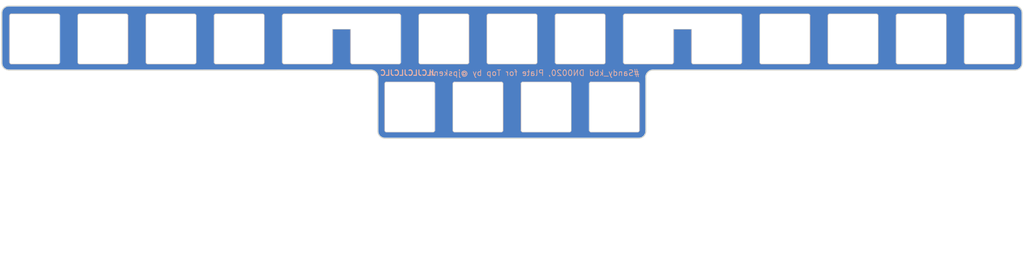
<source format=kicad_pcb>
(kicad_pcb (version 20221018) (generator pcbnew)
  (title_block (title "Sandy") (date "2023-01-06") (rev "v.0") (company "@jpskenn"))
  (layers (0 "F.Cu" signal) (31 "B.Cu" signal) (34 "B.Paste" user) (35 "F.Paste" user) (36 "B.SilkS" user "B.Silkscreen") (37 "F.SilkS" user "F.Silkscreen") (38 "B.Mask" user) (39 "F.Mask" user) (44 "Edge.Cuts" user))
  (net 0 "")
  (footprint "Jones.local:MXOnly-1U-Hotswap-guide-dummy" (layer "F.Cu") (at 167.50531 46.053405)
    (fp_text reference "SW_]1")
    (fp_text value "SW_Push")
  )
  (footprint "Jones.local:MXOnly-1U-Hotswap-guide-dummy" (layer "F.Cu") (at 81.78031 27.003405)
    (fp_text reference "SW_3")
    (fp_text value "SW_Push")
  )
  (footprint "clipboard:1d23b097-72e0-487b-bec7-a328ee8b6ed7" (layer "F.Cu") (at 141.239736 50.815854)
    (fp_text reference "" (at 0 0) (layer "F.SilkS") (effects (font (size 1.27 1.27))))
    (fp_text value "" (at 0 0) (layer "F.SilkS") (effects (font (size 1.27 1.27))))
  )
  (footprint "Jones.local:MXOnly-1U-Hotswap-guide-dummy" (layer "F.Cu") (at 129.40531 46.053405)
    (fp_text reference "SW_T1")
    (fp_text value "SW_Push")
  )
  (footprint "Jones.local:MXOnly-1U-Hotswap-guide-dummy" (layer "F.Cu") (at 196.08031 27.003405)
    (fp_text reference "SW_7")
    (fp_text value "SW_Push")
  )
  (footprint "locallib:60_Outline-Sandy-Plate-Top" (layer "F.Cu") (at 157.98031 36.528405)
    (fp_text reference "REF**" hide)
    (fp_text value "60_Outline" hide)
    (fp_line (start -142.510786 -2.814254) (end -142.525 -16.75004) (stroke (width 0.3)) (layer "Edge.Cuts"))
    (fp_line (start -140.510786 -0.814254) (end -39.470786 -0.82504) (stroke (width 0.3)) (layer "Edge.Cuts"))
    (fp_line (start -140.35 -16.025) (end -140.35 -3.025) (stroke (width 0.15)) (layer "Edge.Cuts"))
    (fp_line (start -139.85 -16.525) (end -126.85 -16.525) (stroke (width 0.15)) (layer "Edge.Cuts"))
    (fp_line (start -139.85 -2.525) (end -126.85 -2.525) (stroke (width 0.15)) (layer "Edge.Cuts"))
    (fp_line (start -126.35 -3.025) (end -126.35 -16.025) (stroke (width 0.15)) (layer "Edge.Cuts"))
    (fp_line (start -121.3 -16.025) (end -121.3 -3.025) (stroke (width 0.15)) (layer "Edge.Cuts"))
    (fp_line (start -120.8 -16.525) (end -107.8 -16.525) (stroke (width 0.15)) (layer "Edge.Cuts"))
    (fp_line (start -120.8 -2.525) (end -107.8 -2.525) (stroke (width 0.15)) (layer "Edge.Cuts"))
    (fp_line (start -107.3 -3.025) (end -107.3 -16.025) (stroke (width 0.15)) (layer "Edge.Cuts"))
    (fp_line (start -102.25 -16.025) (end -102.25 -3.025) (stroke (width 0.15)) (layer "Edge.Cuts"))
    (fp_line (start -101.75 -16.525) (end -88.75 -16.525) (stroke (width 0.15)) (layer "Edge.Cuts"))
    (fp_line (start -101.75 -2.525) (end -88.75 -2.525) (stroke (width 0.15)) (layer "Edge.Cuts"))
    (fp_line (start -88.25 -3.025) (end -88.25 -16.025) (stroke (width 0.15)) (layer "Edge.Cuts"))
    (fp_line (start -83.2 -16.025) (end -83.2 -3.025) (stroke (width 0.15)) (layer "Edge.Cuts"))
    (fp_line (start -82.7 -16.525) (end -69.7 -16.525) (stroke (width 0.15)) (layer "Edge.Cuts"))
    (fp_line (start -82.7 -2.525) (end -69.7 -2.525) (stroke (width 0.15)) (layer "Edge.Cuts"))
    (fp_line (start -69.2 -3.025) (end -69.2 -16.025) (stroke (width 0.15)) (layer "Edge.Cuts"))
    (fp_line (start -64.15 -16.025) (end -64.15 -3.025) (stroke (width 0.15)) (layer "Edge.Cuts"))
    (fp_line (start -63.65 -16.525) (end -31.6 -16.525) (stroke (width 0.15)) (layer "Edge.Cuts"))
    (fp_line (start -63.65 -2.525) (end -50.65 -2.525) (stroke (width 0.15)) (layer "Edge.Cuts"))
    (fp_line (start -50.15 -12.25) (end -45.1 -12.25) (stroke (width 0.15)) (layer "Edge.Cuts"))
    (fp_line (start -50.15 -3.025) (end -50.15 -12.25) (stroke (width 0.15)) (layer "Edge.Cuts"))
    (fp_line (start -45.1 -12.25) (end -45.1 -3.025) (stroke (width 0.15)) (layer "Edge.Cuts"))
    (fp_line (start -44.6 -2.525) (end -31.6 -2.525) (stroke (width 0.15)) (layer "Edge.Cuts"))
    (fp_line (start -37.470786 16.24996) (end -37.470786 1.17496) (stroke (width 0.3)) (layer "Edge.Cuts"))
    (fp_line (start -35.575 3.025) (end -35.575 16.025) (stroke (width 0.15)) (layer "Edge.Cuts"))
    (fp_line (start -35.470786 18.24996) (end 35.375 18.24996) (stroke (width 0.3)) (layer "Edge.Cuts"))
    (fp_line (start -35.075 2.525) (end -22.075 2.525) (stroke (width 0.15)) (layer "Edge.Cuts"))
    (fp_line (start -35.075 16.525) (end -22.075 16.525) (stroke (width 0.15)) (layer "Edge.Cuts"))
    (fp_line (start -31.1 -3.025) (end -31.1 -16.025) (stroke (width 0.15)) (layer "Edge.Cuts"))
    (fp_line (start -26.05 -16.025) (end -26.05 -3.025) (stroke (width 0.15)) (layer "Edge.Cuts"))
    (fp_line (start -25.55 -16.525) (end -12.55 -16.525) (stroke (width 0.15)) (layer "Edge.Cuts"))
    (fp_line (start -25.55 -2.525) (end -12.55 -2.525) (stroke (width 0.15)) (layer "Edge.Cuts"))
    (fp_line (start -21.575 16.025) (end -21.575 3.025) (stroke (width 0.15)) (layer "Edge.Cuts"))
    (fp_line (start -16.525 3.025) (end -16.525 16.025) (stroke (width 0.15)) (layer "Edge.Cuts"))
    (fp_line (start -16.025 2.525) (end -3.025 2.525) (stroke (width 0.15)) (layer "Edge.Cuts"))
    (fp_line (start -16.025 16.525) (end -3.025 16.525) (stroke (width 0.15)) (layer "Edge.Cuts"))
    (fp_line (start -12.05 -3.025) (end -12.05 -16.025) (stroke (width 0.15)) (layer "Edge.Cuts"))
    (fp_line (start -7 -16.025) (end -7 -3.025) (stroke (width 0.15)) (layer "Edge.Cuts"))
    (fp_line (start -6.5 -16.525) (end 6.5 -16.525) (stroke (width 0.15)) (layer "Edge.Cuts"))
    (fp_line (start -6.5 -2.525) (end 6.5 -2.525) (stroke (width 0.15)) (layer "Edge.Cuts"))
    (fp_line (start -2.525 16.025) (end -2.525 3.025) (stroke (width 0.15)) (layer "Edge.Cuts"))
    (fp_line (start 2.525 3.025) (end 2.525 16.025) (stroke (width 0.15)) (layer "Edge.Cuts"))
    (fp_line (start 3.025 2.525) (end 16.025 2.525) (stroke (width 0.15)) (layer "Edge.Cuts"))
    (fp_line (start 3.025 16.525) (end 16.025 16.525) (stroke (width 0.15)) (layer "Edge.Cuts"))
    (fp_line (start 7 -3.025) (end 7 -16.025) (stroke (width 0.15)) (layer "Edge.Cuts"))
    (fp_line (start 12.05 -16.025) (end 12.05 -3.025) (stroke (width 0.15)) (layer "Edge.Cuts"))
    (fp_line (start 12.55 -16.525) (end 25.55 -16.525) (stroke (width 0.15)) (layer "Edge.Cuts"))
    (fp_line (start 12.55 -2.525) (end 25.55 -2.525) (stroke (width 0.15)) (layer "Edge.Cuts"))
    (fp_line (start 16.525 16.025) (end 16.525 3.025) (stroke (width 0.15)) (layer "Edge.Cuts"))
    (fp_line (start 21.575 3.025) (end 21.575 16.025) (stroke (width 0.15)) (layer "Edge.Cuts"))
    (fp_line (start 22.075 2.525) (end 35.075 2.525) (stroke (width 0.15)) (layer "Edge.Cuts"))
    (fp_line (start 22.075 16.525) (end 35.075 16.525) (stroke (width 0.15)) (layer "Edge.Cuts"))
    (fp_line (start 26.05 -3.025) (end 26.05 -16.025) (stroke (width 0.15)) (layer "Edge.Cuts"))
    (fp_line (start 31.1 -16.025) (end 31.1 -3.025) (stroke (width 0.15)) (layer "Edge.Cuts"))
    (fp_line (start 31.6 -16.525) (end 63.65 -16.525) (stroke (width 0.15)) (layer "Edge.Cuts"))
    (fp_line (start 31.6 -2.525) (end 44.6 -2.525) (stroke (width 0.15)) (layer "Edge.Cuts"))
    (fp_line (start 35.575 16.025) (end 35.575 3.025) (stroke (width 0.15)) (layer "Edge.Cuts"))
    (fp_line (start 37.375 16.24996) (end 37.375 1.17496) (stroke (width 0.3)) (layer "Edge.Cuts"))
    (fp_line (start 39.375 -0.82504) (end 140.475 -0.814254) (stroke (width 0.3)) (layer "Edge.Cuts"))
    (fp_line (start 45.1 -12.25) (end 50.15 -12.25) (stroke (width 0.15)) (layer "Edge.Cuts"))
    (fp_line (start 45.1 -3.025) (end 45.1 -12.25) (stroke (width 0.15)) (layer "Edge.Cuts"))
    (fp_line (start 50.15 -12.25) (end 50.15 -3.025) (stroke (width 0.15)) (layer "Edge.Cuts"))
    (fp_line (start 50.65 -2.525) (end 63.65 -2.525) (stroke (width 0.15)) (layer "Edge.Cuts"))
    (fp_line (start 64.15 -3.025) (end 64.15 -16.025) (stroke (width 0.15)) (layer "Edge.Cuts"))
    (fp_line (start 69.2 -16.025) (end 69.2 -3.025) (stroke (width 0.15)) (layer "Edge.Cuts"))
    (fp_line (start 69.7 -16.525) (end 82.7 -16.525) (stroke (width 0.15)) (layer "Edge.Cuts"))
    (fp_line (start 69.7 -2.525) (end 82.7 -2.525) (stroke (width 0.15)) (layer "Edge.Cuts"))
    (fp_line (start 83.2 -3.025) (end 83.2 -16.025) (stroke (width 0.15)) (layer "Edge.Cuts"))
    (fp_line (start 88.25 -16.025) (end 88.25 -3.025) (stroke (width 0.15)) (layer "Edge.Cuts"))
    (fp_line (start 88.75 -16.525) (end 101.75 -16.525) (stroke (width 0.15)) (layer "Edge.Cuts"))
    (fp_line (start 88.75 -2.525) (end 101.75 -2.525) (stroke (width 0.15)) (layer "Edge.Cuts"))
    (fp_line (start 102.25 -3.025) (end 102.25 -16.025) (stroke (width 0.15)) (layer "Edge.Cuts"))
    (fp_line (start 107.3 -16.025) (end 107.3 -3.025) (stroke (width 0.15)) (layer "Edge.Cuts"))
    (fp_line (start 107.8 -16.525) (end 120.8 -16.525) (stroke (width 0.15)) (layer "Edge.Cuts"))
    (fp_line (start 107.8 -2.525) (end 120.8 -2.525) (stroke (width 0.15)) (layer "Edge.Cuts"))
    (fp_line (start 121.3 -3.025) (end 121.3 -16.025) (stroke (width 0.15)) (layer "Edge.Cuts"))
    (fp_line (start 126.35 -16.025) (end 126.35 -3.025) (stroke (width 0.15)) (layer "Edge.Cuts"))
    (fp_line (start 126.85 -16.525) (end 139.85 -16.525) (stroke (width 0.15)) (layer "Edge.Cuts"))
    (fp_line (start 126.85 -2.525) (end 139.85 -2.525) (stroke (width 0.15)) (layer "Edge.Cuts"))
    (fp_line (start 140.35 -3.025) (end 140.35 -16.025) (stroke (width 0.15)) (layer "Edge.Cuts"))
    (fp_line (start 140.475 -18.75004) (end -140.525 -18.75004) (stroke (width 0.3)) (layer "Edge.Cuts"))
    (fp_line (start 142.475 -2.814254) (end 142.475 -16.75004) (stroke (width 0.3)) (layer "Edge.Cuts"))
    (fp_arc (start -142.525 -16.75004) (mid -141.939214 -18.164254) (end -140.525 -18.75004) (stroke (width 0.3)) (layer "Edge.Cuts"))
    (fp_arc (start -140.510786 -0.814254) (mid -141.925 -1.40004) (end -142.510786 -2.814254) (stroke (width 0.3)) (layer "Edge.Cuts"))
    (fp_arc (start -140.35 -16.025) (mid -140.203553 -16.378553) (end -139.85 -16.525) (stroke (width 0.15)) (layer "Edge.Cuts"))
    (fp_arc (start -139.85 -2.525) (mid -140.203553 -2.671447) (end -140.35 -3.025) (stroke (width 0.15)) (layer "Edge.Cuts"))
    (fp_arc (start -126.85 -16.525) (mid -126.496447 -16.378553) (end -126.35 -16.025) (stroke (width 0.15)) (layer "Edge.Cuts"))
    (fp_arc (start -126.35 -3.025) (mid -126.496447 -2.671447) (end -126.85 -2.525) (stroke (width 0.15)) (layer "Edge.Cuts"))
    (fp_arc (start -121.3 -16.025) (mid -121.153553 -16.378553) (end -120.8 -16.525) (stroke (width 0.15)) (layer "Edge.Cuts"))
    (fp_arc (start -120.8 -2.525) (mid -121.153553 -2.671447) (end -121.3 -3.025) (stroke (width 0.15)) (layer "Edge.Cuts"))
    (fp_arc (start -107.8 -16.525) (mid -107.446447 -16.378553) (end -107.3 -16.025) (stroke (width 0.15)) (layer "Edge.Cuts"))
    (fp_arc (start -107.3 -3.025) (mid -107.446447 -2.671447) (end -107.8 -2.525) (stroke (width 0.15)) (layer "Edge.Cuts"))
    (fp_arc (start -102.25 -16.025) (mid -102.103553 -16.378553) (end -101.75 -16.525) (stroke (width 0.15)) (layer "Edge.Cuts"))
    (fp_arc (start -101.75 -2.525) (mid -102.103553 -2.671447) (end -102.25 -3.025) (stroke (width 0.15)) (layer "Edge.Cuts"))
    (fp_arc (start -88.75 -16.525) (mid -88.396447 -16.378553) (end -88.25 -16.025) (stroke (width 0.15)) (layer "Edge.Cuts"))
    (fp_arc (start -88.25 -3.025) (mid -88.396447 -2.671447) (end -88.75 -2.525) (stroke (width 0.15)) (layer "Edge.Cuts"))
    (fp_arc (start -83.2 -16.025) (mid -83.053553 -16.378553) (end -82.7 -16.525) (stroke (width 0.15)) (layer "Edge.Cuts"))
    (fp_arc (start -82.7 -2.525) (mid -83.053553 -2.671447) (end -83.2 -3.025) (stroke (width 0.15)) (layer "Edge.Cuts"))
    (fp_arc (start -69.7 -16.525) (mid -69.346447 -16.378553) (end -69.2 -16.025) (stroke (width 0.15)) (layer "Edge.Cuts"))
    (fp_arc (start -69.2 -3.025) (mid -69.346447 -2.671447) (end -69.7 -2.525) (stroke (width 0.15)) (layer "Edge.Cuts"))
    (fp_arc (start -64.15 -16.025) (mid -64.003553 -16.378553) (end -63.65 -16.525) (stroke (width 0.15)) (layer "Edge.Cuts"))
    (fp_arc (start -63.65 -2.525) (mid -64.003553 -2.671447) (end -64.15 -3.025) (stroke (width 0.15)) (layer "Edge.Cuts"))
    (fp_arc (start -50.15 -3.025) (mid -50.296447 -2.671447) (end -50.65 -2.525) (stroke (width 0.15)) (layer "Edge.Cuts"))
    (fp_arc (start -44.6 -2.525) (mid -44.953553 -2.671447) (end -45.1 -3.025) (stroke (width 0.15)) (layer "Edge.Cuts"))
    (fp_arc (start -39.470786 -0.82504) (mid -38.056572 -0.239254) (end -37.470786 1.17496) (stroke (width 0.3)) (layer "Edge.Cuts"))
    (fp_arc (start -35.575 3.025) (mid -35.428553 2.671447) (end -35.075 2.525) (stroke (width 0.15)) (layer "Edge.Cuts"))
    (fp_arc (start -35.470786 18.24996) (mid -36.885 17.664174) (end -37.470786 16.24996) (stroke (width 0.3)) (layer "Edge.Cuts"))
    (fp_arc (start -35.075 16.525) (mid -35.428553 16.378553) (end -35.575 16.025) (stroke (width 0.15)) (layer "Edge.Cuts"))
    (fp_arc (start -31.6 -16.525) (mid -31.246447 -16.378553) (end -31.1 -16.025) (stroke (width 0.15)) (layer "Edge.Cuts"))
    (fp_arc (start -31.1 -3.025) (mid -31.246447 -2.671447) (end -31.6 -2.525) (stroke (width 0.15)) (layer "Edge.Cuts"))
    (fp_arc (start -26.05 -16.025) (mid -25.903553 -16.378553) (end -25.55 -16.525) (stroke (width 0.15)) (layer "Edge.Cuts"))
    (fp_arc (start -25.55 -2.525) (mid -25.903553 -2.671447) (end -26.05 -3.025) (stroke (width 0.15)) (layer "Edge.Cuts"))
    (fp_arc (start -22.075 2.525) (mid -21.721447 2.671447) (end -21.575 3.025) (stroke (width 0.15)) (layer "Edge.Cuts"))
    (fp_arc (start -21.575 16.025) (mid -21.721447 16.378553) (end -22.075 16.525) (stroke (width 0.15)) (layer "Edge.Cuts"))
    (fp_arc (start -16.525 3.025) (mid -16.378553 2.671447) (end -16.025 2.525) (stroke (width 0.15)) (layer "Edge.Cuts"))
    (fp_arc (start -16.025 16.525) (mid -16.378553 16.378553) (end -16.525 16.025) (stroke (width 0.15)) (layer "Edge.Cuts"))
    (fp_arc (start -12.55 -16.525) (mid -12.196447 -16.378553) (end -12.05 -16.025) (stroke (width 0.15)) (layer "Edge.Cuts"))
    (fp_arc (start -12.05 -3.025) (mid -12.196447 -2.671447) (end -12.55 -2.525) (stroke (width 0.15)) (layer "Edge.Cuts"))
    (fp_arc (start -7 -16.025) (mid -6.853553 -16.378553) (end -6.5 -16.525) (stroke (width 0.15)) (layer "Edge.Cuts"))
    (fp_arc (start -6.5 -2.525) (mid -6.853553 -2.671447) (end -7 -3.025) (stroke (width 0.15)) (layer "Edge.Cuts"))
    (fp_arc (start -3.025 2.525) (mid -2.671447 2.671447) (end -2.525 3.025) (stroke (width 0.15)) (layer "Edge.Cuts"))
    (fp_arc (start -2.525 16.025) (mid -2.671447 16.378553) (end -3.025 16.525) (stroke (width 0.15)) (layer "Edge.Cuts"))
    (fp_arc (start 2.525 3.025) (mid 2.671447 2.671447) (end 3.025 2.525) (stroke (width 0.15)) (layer "Edge.Cuts"))
    (fp_arc (start 3.025 16.525) (mid 2.671447 16.378553) (end 2.525 16.025) (stroke (width 0.15)) (layer "Edge.Cuts"))
    (fp_arc (start 6.5 -16.525) (mid 6.853553 -16.378553) (end 7 -16.025) (stroke (width 0.15)) (layer "Edge.Cuts"))
    (fp_arc (start 7 -3.025) (mid 6.853553 -2.671447) (end 6.5 -2.525) (stroke (width 0.15)) (layer "Edge.Cuts"))
    (fp_arc (start 12.05 -16.025) (mid 12.196447 -16.378553) (end 12.55 -16.525) (stroke (width 0.15)) (layer "Edge.Cuts"))
    (fp_arc (start 12.55 -2.525) (mid 12.196447 -2.671447) (end 12.05 -3.025) (stroke (width 0.15)) (layer "Edge.Cuts"))
    (fp_arc (start 16.025 2.525) (mid 16.378553 2.671447) (end 16.525 3.025) (stroke (width 0.15)) (layer "Edge.Cuts"))
    (fp_arc (start 16.525 16.025) (mid 16.378553 16.378553) (end 16.025 16.525) (stroke (width 0.15)) (layer "Edge.Cuts"))
    (fp_arc (start 21.575 3.025) (mid 21.721447 2.671447) (end 22.075 2.525) (stroke (width 0.15)) (layer "Edge.Cuts"))
    (fp_arc (start 22.075 16.525) (mid 21.721447 16.378553) (end 21.575 16.025) (stroke (width 0.15)) (layer "Edge.Cuts"))
    (fp_arc (start 25.55 -16.525) (mid 25.903553 -16.378553) (end 26.05 -16.025) (stroke (width 0.15)) (layer "Edge.Cuts"))
    (fp_arc (start 26.05 -3.025) (mid 25.903553 -2.671447) (end 25.55 -2.525) (stroke (width 0.15)) (layer "Edge.Cuts"))
    (fp_arc (start 31.1 -16.025) (mid 31.246447 -16.378553) (end 31.6 -16.525) (stroke (width 0.15)) (layer "Edge.Cuts"))
    (fp_arc (start 31.6 -2.525) (mid 31.246447 -2.671447) (end 31.1 -3.025) (stroke (width 0.15)) (layer "Edge.Cuts"))
    (fp_arc (start 35.075 2.525) (mid 35.428553 2.671447) (end 35.575 3.025) (stroke (width 0.15)) (layer "Edge.Cuts"))
    (fp_arc (start 35.575 16.025) (mid 35.428553 16.378553) (end 35.075 16.525) (stroke (width 0.15)) (layer "Edge.Cuts"))
    (fp_arc (start 37.375 1.17496) (mid 37.960781 -0.239259) (end 39.375 -0.82504) (stroke (width 0.3)) (layer "Edge.Cuts"))
    (fp_arc (start 37.375 16.24996) (mid 36.789208 17.664168) (end 35.375 18.24996) (stroke (width 0.3)) (layer "Edge.Cuts"))
    (fp_arc (start 45.1 -3.025) (mid 44.953553 -2.671447) (end 44.6 -2.525) (stroke (width 0.15)) (layer "Edge.Cuts"))
    (fp_arc (start 50.65 -2.525) (mid 50.296447 -2.671447) (end 50.15 -3.025) (stroke (width 0.15)) (layer "Edge.Cuts"))
    (fp_arc (start 63.65 -16.525) (mid 64.003553 -16.378553) (end 64.15 -16.025) (stroke (width 0.15)) (layer "Edge.Cuts"))
    (fp_arc (start 64.15 -3.025) (mid 64.003553 -2.671447) (end 63.65 -2.525) (stroke (width 0.15)) (layer "Edge.Cuts"))
    (fp_arc (start 69.2 -16.025) (mid 69.346447 -16.378553) (end 69.7 -16.525) (stroke (width 0.15)) (layer "Edge.Cuts"))
    (fp_arc (start 69.7 -2.525) (mid 69.346447 -2.671447) (end 69.2 -3.025) (stroke (width 0.15)) (layer "Edge.Cuts"))
    (fp_arc (start 82.7 -16.525) (mid 83.053553 -16.378553) (end 83.2 -16.025) (stroke (width 0.15)) (layer "Edge.Cuts"))
    (fp_arc (start 83.2 -3.025) (mid 83.053553 -2.671447) (end 82.7 -2.525) (stroke (width 0.15)) (layer "Edge.Cuts"))
    (fp_arc (start 88.25 -16.025) (mid 88.396447 -16.378553) (end 88.75 -16.525) (stroke (width 0.15)) (layer "Edge.Cuts"))
    (fp_arc (start 88.75 -2.525) (mid 88.396447 -2.671447) (end 88.25 -3.025) (stroke (width 0.15)) (layer "Edge.Cuts"))
    (fp_arc (start 101.75 -16.525) (mid 102.103553 -16.378553) (end 102.25 -16.025) (stroke (width 0.15)) (layer "Edge.Cuts"))
    (fp_arc (start 102.25 -3.025) (mid 102.103553 -2.671447) (end 101.75 -2.525) (stroke (width 0.15)) (layer "Edge.Cuts"))
    (fp_arc (start 107.3 -16.025) (mid 107.446447 -16.378553) (end 107.8 -16.525) (stroke (width 0.15)) (layer "Edge.Cuts"))
    (fp_arc (start 107.8 -2.525) (mid 107.446447 -2.671447) (end 107.3 -3.025) (stroke (width 0.15)) (layer "Edge.Cuts"))
    (fp_arc (start 120.8 -16.525) (mid 121.153553 -16.378553) (end 121.3 -16.025) (stroke (width 0.15)) (layer "Edge.Cuts"))
    (fp_arc (start 121.3 -3.025) (mid 121.153553 -2.671447) (end 120.8 -2.525) (stroke (width 0.15)) (layer "Edge.Cuts"))
    (fp_arc (start 126.35 -16.025) (mid 126.496447 -16.378553) (end 126.85 -16.525) (stroke (width 0.15)) (layer "Edge.Cuts"))
    (fp_arc (start 126.85 -2.525) (mid 126.496447 -2.671447) (end 126.35 -3.025) (stroke (width 0.15)) (layer "Edge.Cuts"))
    (fp_arc (start 139.85 -16.525) (mid 140.203553 -16.378553) (end 140.35 -16.025) (stroke (width 0.15)) (layer "Edge.Cuts"))
    (fp_arc (start 140.35 -3.025) (mid 140.203553 -2.671447) (end 139.85 -2.525) (stroke (width 0.15)) (layer "Edge.Cuts"))
    (fp_arc (start 140.475 -18.75004) (mid 141.889222 -18.164279) (end 142.475 -16.75004) (stroke (width 0.3)) (layer "Edge.Cuts"))
    (fp_arc (start 142.475 -2.814254) (mid 141.889197 -1.40007) (end 140.475 -0.814254) (stroke (width 0.3)) (layer "Edge.Cuts"))
  )
  (footprint "Jones.local:MXOnly-1U-Hotswap-guide-dummy" (layer "F.Cu") (at 62.73031 27.003405)
    (fp_text reference "SW_2")
    (fp_text value "SW_Push")
  )
  (footprint "Jones.local:MXOnly-1U-Hotswap-guide-dummy" (layer "F.Cu") (at 157.908435 27.003405)
    (fp_text reference "SW_\\1")
    (fp_text value "SW_Push")
  )
  (footprint "Jones.local:MXOnly-1U-Hotswap-guide-dummy" (layer "F.Cu") (at 234.18031 27.003405)
    (fp_text reference "SW_9")
    (fp_text value "SW_Push")
  )
  (footprint "Jones.local:MXOnly-1U-Hotswap-guide-dummy" (layer "F.Cu") (at 119.88031 27.003405)
    (fp_text reference "SW_5")
    (fp_text value "SW_Push")
  )
  (footprint "Jones.local:MXOnly-1U-Hotswap-guide-dummy" (layer "F.Cu") (at 215.13031 27.003405)
    (fp_text reference "SW_8")
    (fp_text value "SW_Push")
  )
  (footprint "Jones.local:MXOnly-1U-Hotswap-guide-dummy" (layer "F.Cu") (at 148.45531 46.053405)
    (fp_text reference "SW_[1")
    (fp_text value "SW_Push")
  )
  (footprint "Jones.local:MXOnly-1U-Hotswap-guide-dummy" (layer "F.Cu") (at 253.23031 27.003405)
    (fp_text reference "SW_10")
    (fp_text value "SW_Push")
  )
  (footprint "Jones.local:MXOnly-1U-Hotswap-guide-dummy" (layer "F.Cu") (at 272.28031 27.003405)
    (fp_text reference "SW_-1")
    (fp_text value "SW_Push")
  )
  (footprint "Jones.local:MXOnly-1U-Hotswap-guide-dummy" (layer "F.Cu") (at 24.63031 27.003405)
    (fp_text reference "SW_ESC1")
    (fp_text value "SW_Push")
  )
  (footprint "Jones.local:MXOnly-1U-Hotswap-guide-dummy" (layer "F.Cu") (at 186.55531 46.053405)
    (fp_text reference "SW_Y1")
    (fp_text value "SW_Push")
  )
  (footprint "Jones.local:MXOnly-1U-Hotswap-guide-dummy" (layer "F.Cu") (at 291.33031 27.003405)
    (fp_text reference "SW_=1")
    (fp_text value "SW_Push")
  )
  (footprint "Jones.local:MXOnly-1U-Hotswap-guide-dummy" (layer "F.Cu") (at 138.93031 27.003405)
    (fp_text reference "SW_`1")
    (fp_text value "SW_Push")
  )
  (footprint "Jones.local:MXOnly-1U-Hotswap-guide-dummy" (layer "F.Cu") (at 43.68031 27.003405)
    (fp_text reference "SW_1")
    (fp_text value "SW_Push")
  )
  (footprint "Jones.local:MXOnly-1U-Hotswap-guide-dummy" (layer "F.Cu") (at 100.83031 27.003405)
    (fp_text reference "SW_4")
    (fp_text value "SW_Push")
  )
  (footprint "Jones.local:MXOnly-1U-Hotswap-guide-dummy" (layer "F.Cu") (at 177.03031 27.003405)
    (fp_text reference "SW_6")
    (fp_text value "SW_Push")
  )
  (gr_text "JLCJLCJLCJLC" (at 128.9 36.5) (layer "B.SilkS") (effects (font (size 1.5 1.5) (thickness 0.3)) (justify mirror)))
  (gr_text "#Sandy_kbd DN0020, Plate for Top by @jpskenn" (at 193.69906 36.528405) (layer "B.SilkS") (effects (font (size 1.6 1.6) (thickness 0.2)) (justify left mirror)))
  (zone (net 0) (net_name "") (layers "F&B.Cu") (connect_pads (clearance 0.3556)) (min_thickness 0.254) (fill yes (thermal_gap 0.508) (thermal_bridge_width 0.508))
    (polygon (pts (xy 300.85531 55.578405) (xy 15.10531 55.578405) (xy 15.10531 17.478405) (xy 300.85531 17.478405)))
  )
)
</source>
